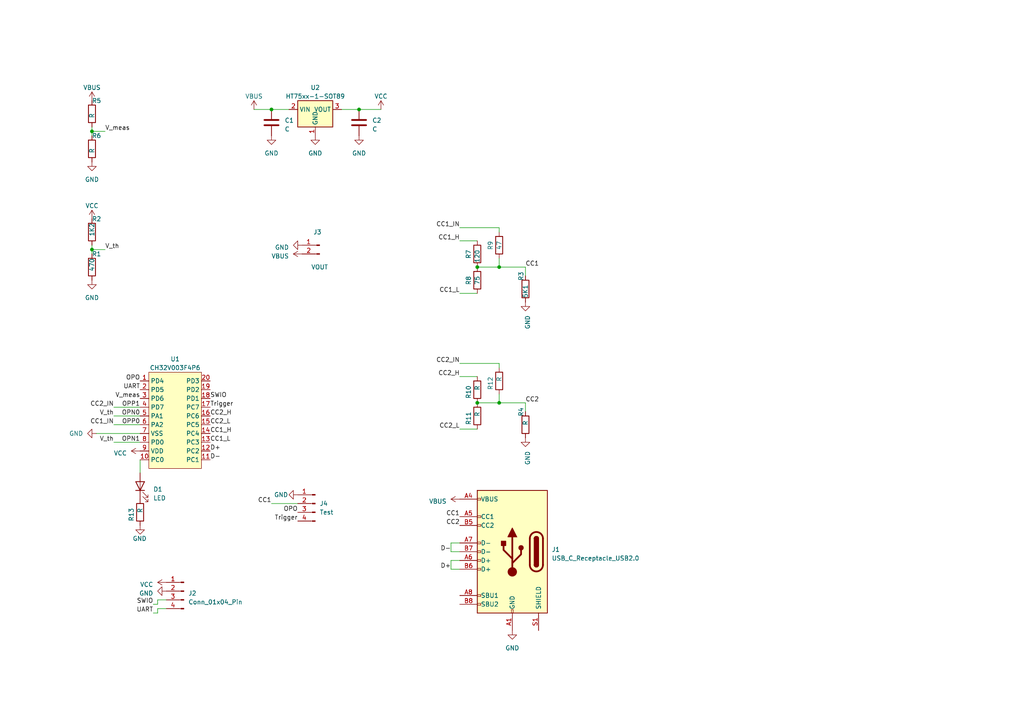
<source format=kicad_sch>
(kicad_sch (version 20231120) (generator "eeschema") (generator_version "8.0")
  (paper "A4")
  (lib_symbols
    (symbol "Connector:Conn_01x02_Pin" (pin_names (offset 1.016) hide)
      (property "Reference" "J" (at 0 2.54 0))
      (property "Value" "Conn_01x02_Pin" (at 0 -5.08 0))
      (symbol "Conn_01x02_Pin_1_1"
        (polyline (pts (xy 1.27 -2.54) (xy 0.8636 -2.54)) (stroke (width 0.1524)))
        (polyline (pts (xy 1.27 0) (xy 0.8636 0)) (stroke (width 0.1524)))
        (rectangle (start 0.8636 -2.413) (end 0 -2.667) (stroke (width 0.1524)) (fill (type outline)))
        (rectangle (start 0.8636 0.127) (end 0 -0.127) (stroke (width 0.1524)) (fill (type outline)))
        (pin passive line (at 5.08 0 180) (length 3.81) (name "Pin_1") (number "1"))
        (pin passive line (at 5.08 -2.54 180) (length 3.81) (name "Pin_2") (number "2"))
      )
    )
    (symbol "Connector:Conn_01x04_Pin" (pin_names (offset 1.016) hide)
      (property "Reference" "J" (at 0 5.08 0))
      (property "Value" "Conn_01x04_Pin" (at 0 -7.62 0))
      (symbol "Conn_01x04_Pin_1_1"
        (polyline (pts (xy 1.27 -5.08) (xy 0.8636 -5.08)) (stroke (width 0.1524)))
        (polyline (pts (xy 1.27 -2.54) (xy 0.8636 -2.54)) (stroke (width 0.1524)))
        (polyline (pts (xy 1.27 0) (xy 0.8636 0)) (stroke (width 0.1524)))
        (polyline (pts (xy 1.27 2.54) (xy 0.8636 2.54)) (stroke (width 0.1524)))
        (rectangle (start 0.8636 -4.953) (end 0 -5.207) (stroke (width 0.1524)) (fill (type outline)))
        (rectangle (start 0.8636 -2.413) (end 0 -2.667) (stroke (width 0.1524)) (fill (type outline)))
        (rectangle (start 0.8636 0.127) (end 0 -0.127) (stroke (width 0.1524)) (fill (type outline)))
        (rectangle (start 0.8636 2.667) (end 0 2.413) (stroke (width 0.1524)) (fill (type outline)))
        (pin passive line (at 5.08 2.54 180) (length 3.81) (name "Pin_1") (number "1"))
        (pin passive line (at 5.08 0 180) (length 3.81) (name "Pin_2") (number "2"))
        (pin passive line (at 5.08 -2.54 180) (length 3.81) (name "Pin_3") (number "3"))
        (pin passive line (at 5.08 -5.08 180) (length 3.81) (name "Pin_4") (number "4"))
      )
    )
    (symbol "Connector:USB_C_Receptacle_USB2.0" (pin_names (offset 1.016))
      (property "Reference" "J" (at -10.16 19.05 0))
      (property "Value" "USB_C_Receptacle_USB2.0" (at 19.05 19.05 0))
      (symbol "USB_C_Receptacle_USB2.0_0_0"
        (rectangle (start -0.254 -17.78) (end 0.254 -16.764))
        (rectangle (start 10.16 -14.986) (end 9.144 -15.494))
        (rectangle (start 10.16 -12.446) (end 9.144 -12.954))
        (rectangle (start 10.16 -4.826) (end 9.144 -5.334))
        (rectangle (start 10.16 -2.286) (end 9.144 -2.794))
        (rectangle (start 10.16 0.254) (end 9.144 -0.254))
        (rectangle (start 10.16 2.794) (end 9.144 2.286))
        (rectangle (start 10.16 7.874) (end 9.144 7.366))
        (rectangle (start 10.16 10.414) (end 9.144 9.906))
        (rectangle (start 10.16 15.494) (end 9.144 14.986))
      )
      (symbol "USB_C_Receptacle_USB2.0_0_1"
        (rectangle (start -10.16 17.78) (end 10.16 -17.78) (stroke (width 0.254)) (fill (type background)))
        (arc (start -8.89 -3.81) (mid -6.985 -5.7067) (end -5.08 -3.81) (stroke (width 0.508)))
        (arc (start -7.62 -3.81) (mid -6.985 -4.4423) (end -6.35 -3.81) (stroke (width 0.254)))
        (arc (start -7.62 -3.81) (mid -6.985 -4.4423) (end -6.35 -3.81) (stroke (width 0.254)) (fill (type outline)))
        (rectangle (start -7.62 -3.81) (end -6.35 3.81) (stroke (width 0.254)) (fill (type outline)))
        (arc (start -6.35 3.81) (mid -6.985 4.4423) (end -7.62 3.81) (stroke (width 0.254)))
        (arc (start -6.35 3.81) (mid -6.985 4.4423) (end -7.62 3.81) (stroke (width 0.254)) (fill (type outline)))
        (arc (start -5.08 3.81) (mid -6.985 5.7067) (end -8.89 3.81) (stroke (width 0.508)))
        (circle (center -2.54 1.143) (radius 0.635) (stroke (width 0.254)) (fill (type outline)))
        (circle (center 0 -5.842) (radius 1.27) (fill (type outline)))
        (polyline (pts (xy -8.89 -3.81) (xy -8.89 3.81)) (stroke (width 0.508)))
        (polyline (pts (xy -5.08 3.81) (xy -5.08 -3.81)) (stroke (width 0.508)))
        (polyline (pts (xy 0 -5.842) (xy 0 4.318)) (stroke (width 0.508)))
        (polyline (pts (xy 0 -3.302) (xy -2.54 -0.762) (xy -2.54 0.508)) (stroke (width 0.508)))
        (polyline (pts (xy 0 -2.032) (xy 2.54 0.508) (xy 2.54 1.778)) (stroke (width 0.508)))
        (polyline (pts (xy -1.27 4.318) (xy 0 6.858) (xy 1.27 4.318) (xy -1.27 4.318)) (stroke (width 0.254)) (fill (type outline)))
        (rectangle (start 1.905 1.778) (end 3.175 3.048) (stroke (width 0.254)) (fill (type outline)))
      )
      (symbol "USB_C_Receptacle_USB2.0_1_1"
        (pin passive line (at 0 -22.86 90) (length 5.08) (name "GND") (number "A1"))
        (pin passive line (at 0 -22.86 90) (length 5.08) hide (name "GND") (number "A12"))
        (pin passive line (at 15.24 15.24 180) (length 5.08) (name "VBUS") (number "A4"))
        (pin bidirectional line (at 15.24 10.16 180) (length 5.08) (name "CC1") (number "A5"))
        (pin bidirectional line (at 15.24 -2.54 180) (length 5.08) (name "D+") (number "A6"))
        (pin bidirectional line (at 15.24 2.54 180) (length 5.08) (name "D-") (number "A7"))
        (pin bidirectional line (at 15.24 -12.7 180) (length 5.08) (name "SBU1") (number "A8"))
        (pin passive line (at 15.24 15.24 180) (length 5.08) hide (name "VBUS") (number "A9"))
        (pin passive line (at 0 -22.86 90) (length 5.08) hide (name "GND") (number "B1"))
        (pin passive line (at 0 -22.86 90) (length 5.08) hide (name "GND") (number "B12"))
        (pin passive line (at 15.24 15.24 180) (length 5.08) hide (name "VBUS") (number "B4"))
        (pin bidirectional line (at 15.24 7.62 180) (length 5.08) (name "CC2") (number "B5"))
        (pin bidirectional line (at 15.24 -5.08 180) (length 5.08) (name "D+") (number "B6"))
        (pin bidirectional line (at 15.24 0 180) (length 5.08) (name "D-") (number "B7"))
        (pin bidirectional line (at 15.24 -15.24 180) (length 5.08) (name "SBU2") (number "B8"))
        (pin passive line (at 15.24 15.24 180) (length 5.08) hide (name "VBUS") (number "B9"))
        (pin passive line (at -7.62 -22.86 90) (length 5.08) (name "SHIELD") (number "S1"))
      )
    )
    (symbol "Device:C" (pin_numbers hide) (pin_names (offset 0.254))
      (property "Reference" "C" (at 0.635 2.54 0))
      (property "Value" "C" (at 0.635 -2.54 0))
      (symbol "C_0_1"
        (polyline (pts (xy -2.032 -0.762) (xy 2.032 -0.762)) (stroke (width 0.508)))
        (polyline (pts (xy -2.032 0.762) (xy 2.032 0.762)) (stroke (width 0.508)))
      )
      (symbol "C_1_1"
        (pin passive line (at 0 3.81 270) (length 2.794) (name "~") (number "1"))
        (pin passive line (at 0 -3.81 90) (length 2.794) (name "~") (number "2"))
      )
    )
    (symbol "Device:LED" (pin_numbers hide) (pin_names (offset 1.016) hide)
      (property "Reference" "D" (at 0 2.54 0))
      (property "Value" "LED" (at 0 -2.54 0))
      (symbol "LED_0_1"
        (polyline (pts (xy -1.27 -1.27) (xy -1.27 1.27)) (stroke (width 0.254)))
        (polyline (pts (xy -1.27 0) (xy 1.27 0)))
        (polyline (pts (xy 1.27 -1.27) (xy 1.27 1.27) (xy -1.27 0) (xy 1.27 -1.27)) (stroke (width 0.254)))
        (polyline (pts (xy -3.048 -0.762) (xy -4.572 -2.286) (xy -3.81 -2.286) (xy -4.572 -2.286) (xy -4.572 -1.524)))
        (polyline (pts (xy -1.778 -0.762) (xy -3.302 -2.286) (xy -2.54 -2.286) (xy -3.302 -2.286) (xy -3.302 -1.524)))
      )
      (symbol "LED_1_1"
        (pin passive line (at -3.81 0 0) (length 2.54) (name "K") (number "1"))
        (pin passive line (at 3.81 0 180) (length 2.54) (name "A") (number "2"))
      )
    )
    (symbol "Device:R" (pin_numbers hide) (pin_names (offset 0))
      (property "Reference" "R" (at 2.032 0 90))
      (property "Value" "R" (at 0 0 90))
      (symbol "R_0_1"
        (rectangle (start -1.016 -2.54) (end 1.016 2.54) (stroke (width 0.254)))
      )
      (symbol "R_1_1"
        (pin passive line (at 0 3.81 270) (length 1.27) (name "~") (number "1"))
        (pin passive line (at 0 -3.81 90) (length 1.27) (name "~") (number "2"))
      )
    )
    (symbol "Regulator_Linear:HT75xx-1-SOT89"
      (property "Reference" "U" (at -5.08 -3.81 0))
      (property "Value" "HT75xx-1-SOT89" (at 0 6.35 0))
      (symbol "HT75xx-1-SOT89_0_1"
        (rectangle (start -5.08 5.08) (end 5.08 -2.54) (stroke (width 0.254)) (fill (type background)))
      )
      (symbol "HT75xx-1-SOT89_1_1"
        (pin power_in line (at 0 -5.08 90) (length 2.54) (name "GND") (number "1"))
        (pin power_in line (at -7.62 2.54 0) (length 2.54) (name "VIN") (number "2"))
        (pin power_out line (at 7.62 2.54 180) (length 2.54) (name "VOUT") (number "3"))
      )
    )
    (symbol "ee_kicad:CH32V003F4P6"
      (property "Reference" "U" (at 0 0 0))
      (property "Value" "CH32V003F4P6" (at 0 15.24 0))
      (symbol "CH32V003F4P6_1_1"
        (rectangle (start -7.62 13.97) (end 7.62 -13.97) (fill (type background)))
        (pin input line (at -10.16 11.43 0) (length 2.54) (name "PD4") (number "1"))
        (pin input line (at -10.16 -11.43 0) (length 2.54) (name "PC0") (number "10"))
        (pin input line (at 10.16 -11.43 180) (length 2.54) (name "PC1") (number "11"))
        (pin input line (at 10.16 -8.89 180) (length 2.54) (name "PC2") (number "12"))
        (pin input line (at 10.16 -6.35 180) (length 2.54) (name "PC3") (number "13"))
        (pin input line (at 10.16 -3.81 180) (length 2.54) (name "PC4") (number "14"))
        (pin input line (at 10.16 -1.27 180) (length 2.54) (name "PC5") (number "15"))
        (pin input line (at 10.16 1.27 180) (length 2.54) (name "PC6") (number "16"))
        (pin input line (at 10.16 3.81 180) (length 2.54) (name "PC7") (number "17"))
        (pin input line (at 10.16 6.35 180) (length 2.54) (name "PD1") (number "18"))
        (pin input line (at 10.16 8.89 180) (length 2.54) (name "PD2") (number "19"))
        (pin input line (at -10.16 8.89 0) (length 2.54) (name "PD5") (number "2"))
        (pin input line (at 10.16 11.43 180) (length 2.54) (name "PD3") (number "20"))
        (pin input line (at -10.16 6.35 0) (length 2.54) (name "PD6") (number "3"))
        (pin input line (at -10.16 3.81 0) (length 2.54) (name "PD7") (number "4"))
        (pin input line (at -10.16 1.27 0) (length 2.54) (name "PA1") (number "5"))
        (pin input line (at -10.16 -1.27 0) (length 2.54) (name "PA2") (number "6"))
        (pin input line (at -10.16 -3.81 0) (length 2.54) (name "VSS") (number "7"))
        (pin input line (at -10.16 -6.35 0) (length 2.54) (name "PD0") (number "8"))
        (pin input line (at -10.16 -8.89 0) (length 2.54) (name "VDD") (number "9"))
      )
    )
    (symbol "power:GND" (power) (pin_names (offset 0))
      (property "Value" "GND" (at 0 -3.81 0))
      (symbol "GND_0_1"
        (polyline (pts (xy 0 0) (xy 0 -1.27) (xy 1.27 -1.27) (xy 0 -2.54) (xy -1.27 -1.27) (xy 0 -1.27)))
      )
      (symbol "GND_1_1"
        (pin power_in line (at 0 0 270) (length 0) hide (name "GND") (number "1"))
      )
    )
    (symbol "power:VBUS" (power) (pin_names (offset 0))
      (property "Value" "VBUS" (at 0 3.81 0))
      (symbol "VBUS_0_1"
        (polyline (pts (xy -0.762 1.27) (xy 0 2.54)))
        (polyline (pts (xy 0 0) (xy 0 2.54)))
        (polyline (pts (xy 0 2.54) (xy 0.762 1.27)))
      )
      (symbol "VBUS_1_1"
        (pin power_in line (at 0 0 90) (length 0) hide (name "VBUS") (number "1"))
      )
    )
    (symbol "power:VCC" (power) (pin_names (offset 0))
      (property "Value" "VCC" (at 0 3.81 0))
      (symbol "VCC_0_1"
        (polyline (pts (xy -0.762 1.27) (xy 0 2.54)))
        (polyline (pts (xy 0 0) (xy 0 2.54)))
        (polyline (pts (xy 0 2.54) (xy 0.762 1.27)))
      )
      (symbol "VCC_1_1"
        (pin power_in line (at 0 0 90) (length 0) hide (name "VCC") (number "1"))
      )
    )
  )
  (junction (at 138.43 77.47))
  (junction (at 26.67 38.1))
  (junction (at 144.78 77.47))
  (junction (at 144.78 116.84))
  (junction (at 26.67 72.39))
  (junction (at 104.14 31.75))
  (junction (at 138.43 116.84))
  (junction (at 78.74 31.75))
  (wire (pts (xy 26.67 72.39) (xy 26.67 73.66)))
  (wire (pts (xy 48.26 176.53) (xy 45.72 176.53)))
  (wire (pts (xy 133.35 85.09) (xy 138.43 85.09)))
  (wire (pts (xy 30.48 72.39) (xy 26.67 72.39)))
  (wire (pts (xy 26.67 38.1) (xy 26.67 39.37)))
  (wire (pts (xy 104.14 31.75) (xy 110.49 31.75)))
  (wire (pts (xy 33.02 123.19) (xy 40.64 123.19)))
  (wire (pts (xy 133.35 162.56) (xy 130.81 162.56)))
  (wire (pts (xy 45.72 173.99) (xy 48.26 173.99)))
  (wire (pts (xy 138.43 77.47) (xy 144.78 77.47)))
  (wire (pts (xy 33.02 120.65) (xy 40.64 120.65)))
  (wire (pts (xy 144.78 116.84) (xy 152.4 116.84)))
  (wire (pts (xy 133.35 109.22) (xy 138.43 109.22)))
  (wire (pts (xy 144.78 114.3) (xy 144.78 116.84)))
  (wire (pts (xy 78.74 146.05) (xy 86.36 146.05)))
  (wire (pts (xy 26.67 36.83) (xy 26.67 38.1)))
  (wire (pts (xy 144.78 77.47) (xy 152.4 77.47)))
  (wire (pts (xy 33.02 128.27) (xy 40.64 128.27)))
  (wire (pts (xy 44.45 177.8) (xy 45.72 177.8)))
  (wire (pts (xy 133.35 66.04) (xy 144.78 66.04)))
  (wire (pts (xy 144.78 67.31) (xy 144.78 66.04)))
  (wire (pts (xy 130.81 157.48) (xy 130.81 160.02)))
  (wire (pts (xy 152.4 77.47) (xy 152.4 80.01)))
  (wire (pts (xy 144.78 74.93) (xy 144.78 77.47)))
  (wire (pts (xy 144.78 106.68) (xy 144.78 105.41)))
  (wire (pts (xy 133.35 124.46) (xy 138.43 124.46)))
  (wire (pts (xy 130.81 165.1) (xy 133.35 165.1)))
  (wire (pts (xy 73.66 31.75) (xy 78.74 31.75)))
  (wire (pts (xy 133.35 157.48) (xy 130.81 157.48)))
  (wire (pts (xy 30.48 38.1) (xy 26.67 38.1)))
  (wire (pts (xy 44.45 175.26) (xy 45.72 175.26)))
  (wire (pts (xy 45.72 176.53) (xy 45.72 177.8)))
  (wire (pts (xy 27.94 125.73) (xy 40.64 125.73)))
  (wire (pts (xy 99.06 31.75) (xy 104.14 31.75)))
  (wire (pts (xy 152.4 116.84) (xy 152.4 119.38)))
  (wire (pts (xy 78.74 31.75) (xy 83.82 31.75)))
  (wire (pts (xy 45.72 175.26) (xy 45.72 173.99)))
  (wire (pts (xy 26.67 71.12) (xy 26.67 72.39)))
  (wire (pts (xy 130.81 162.56) (xy 130.81 165.1)))
  (wire (pts (xy 33.02 118.11) (xy 40.64 118.11)))
  (wire (pts (xy 40.64 133.35) (xy 40.64 137.16)))
  (wire (pts (xy 138.43 116.84) (xy 144.78 116.84)))
  (wire (pts (xy 133.35 105.41) (xy 144.78 105.41)))
  (wire (pts (xy 133.35 69.85) (xy 138.43 69.85)))
  (wire (pts (xy 130.81 160.02) (xy 133.35 160.02)))
  (label "OPO" (at 40.64 110.49 180))
  (label "OPO" (at 86.36 148.59 180))
  (label "SWIO" (at 44.45 175.26 180))
  (label "CC2" (at 152.4 116.84 0))
  (label "CC1_IN" (at 33.02 123.19 180))
  (label "Trigger" (at 86.36 151.13 180))
  (label "CC2_L" (at 60.96 123.19 0))
  (label "Trigger" (at 60.96 118.11 0))
  (label "CC1_L" (at 133.35 85.09 180))
  (label "CC1_H" (at 60.96 125.73 0))
  (label "CC2_H" (at 133.35 109.22 180))
  (label "CC1_L" (at 60.96 128.27 0))
  (label "CC1" (at 78.74 146.05 180))
  (label "OPN1" (at 40.64 128.27 180))
  (label "V_th" (at 33.02 128.27 180))
  (label "V_meas" (at 30.48 38.1 0))
  (label "CC2_H" (at 60.96 120.65 0))
  (label "CC1" (at 133.35 149.86 180))
  (label "D+" (at 130.81 165.1 180))
  (label "OPP0" (at 40.64 123.19 180))
  (label "V_th" (at 30.48 72.39 0))
  (label "OPN0" (at 40.64 120.65 180))
  (label "CC2_IN" (at 133.35 105.41 180))
  (label "CC1" (at 152.4 77.47 0))
  (label "CC1_IN" (at 133.35 66.04 180))
  (label "V_th" (at 33.02 120.65 180))
  (label "CC2_IN" (at 33.02 118.11 180))
  (label "V_meas" (at 40.64 115.57 180))
  (label "D+" (at 60.96 130.81 0))
  (label "CC2_L" (at 133.35 124.46 180))
  (label "D-" (at 60.96 133.35 0))
  (label "CC2" (at 133.35 152.4 180))
  (label "OPP1" (at 40.64 118.11 180))
  (label "CC1_H" (at 133.35 69.85 180))
  (label "SWIO" (at 60.96 115.57 0))
  (label "D-" (at 130.81 160.02 180))
  (label "UART" (at 40.64 113.03 180))
  (label "UART" (at 44.45 177.8 180))
  (symbol (lib_id "Device:R") (at 152.4 83.82 180) (unit 1)
    (property "Reference" "R3" (at 151.13 78.74 90) (effects (justify left)))
    (property "Value" "5K1" (at 152.4 82.55 90) (effects (justify left)))
    (property "Footprint" "Resistor_SMD:R_0805_2012Metric" (effects (hide yes)))
  )
  (symbol (lib_id "power:GND") (at 86.36 143.51 270) (unit 1)
    (property "Reference" "#PWR021" (effects (hide yes)))
    (property "Value" "GND" (at 83.566 143.51 90) (effects (justify right)))
  )
  (symbol (lib_id "power:GND") (at 78.74 39.37 0) (unit 1)
    (property "Reference" "#PWR011" (effects (hide yes)))
    (property "Value" "GND" (at 78.74 44.45 0))
  )
  (symbol (lib_id "Device:R") (at 152.4 123.19 180) (unit 1)
    (property "Reference" "R4" (at 151.13 118.11 90) (effects (justify left)))
    (property "Value" "R" (at 152.4 121.92 90) (effects (justify left)))
    (property "Footprint" "Resistor_SMD:R_0805_2012Metric" (effects (hide yes)))
  )
  (symbol (lib_id "power:VCC") (at 110.49 31.75 0) (unit 1)
    (property "Reference" "#PWR010" (effects (hide yes)))
    (property "Value" "VCC" (at 110.49 27.94 0))
  )
  (symbol (lib_id "Device:R") (at 26.67 33.02 0) (unit 1)
    (property "Reference" "R5" (at 26.67 29.21 0) (effects (justify left)))
    (property "Value" "R" (at 26.67 34.29 90) (effects (justify left)))
    (property "Footprint" "Resistor_SMD:R_0805_2012Metric" (effects (hide yes)))
  )
  (symbol (lib_id "power:GND") (at 152.4 87.63 0) (unit 1)
    (property "Reference" "#PWR07" (effects (hide yes)))
    (property "Value" "GND" (at 153.035 91.44 90) (effects (justify right)))
  )
  (symbol (lib_id "power:VBUS") (at 73.66 31.75 0) (unit 1)
    (property "Reference" "#PWR09" (effects (hide yes)))
    (property "Value" "VBUS" (at 73.66 27.94 0))
  )
  (symbol (lib_id "power:GND") (at 48.26 171.45 270) (unit 1)
    (property "Reference" "#PWR03" (effects (hide yes)))
    (property "Value" "GND" (at 44.45 172.085 90) (effects (justify right)))
  )
  (symbol (lib_id "Connector:USB_C_Receptacle_USB2.0") (at 148.59 160.02 0) (mirror y) (unit 1)
    (property "Reference" "J1" (at 160.02 159.385 0) (effects (justify right)))
    (property "Value" "USB_C_Receptacle_USB2.0" (at 160.02 161.925 0) (effects (justify right)))
    (property "Footprint" "Connector_USB:USB_C_Receptacle_HRO_TYPE-C-31-M-12" (effects (hide yes)))
    (property "Datasheet" "https://www.usb.org/sites/default/files/documents/usb_type-c.zip" (effects (hide yes)))
  )
  (symbol (lib_id "Device:R") (at 138.43 113.03 180) (unit 1)
    (property "Reference" "R10" (at 135.89 111.76 90) (effects (justify left)))
    (property "Value" "R" (at 138.43 111.76 90) (effects (justify left)))
    (property "Footprint" "Resistor_SMD:R_0805_2012Metric" (effects (hide yes)))
  )
  (symbol (lib_id "Device:R") (at 144.78 71.12 180) (unit 1)
    (property "Reference" "R9" (at 142.24 69.85 90) (effects (justify left)))
    (property "Value" "47" (at 144.78 69.85 90) (effects (justify left)))
    (property "Footprint" "Resistor_SMD:R_0805_2012Metric" (effects (hide yes)))
  )
  (symbol (lib_id "Regulator_Linear:HT75xx-1-SOT89") (at 91.44 34.29 0) (unit 1)
    (property "Reference" "U2" (at 91.44 25.4 0))
    (property "Value" "HT75xx-1-SOT89" (at 91.44 27.94 0))
    (property "Footprint" "Package_TO_SOT_SMD:SOT-89-3" (effects (hide yes)))
    (property "Datasheet" "https://www.holtek.com/documents/10179/116711/HT75xx-1v250.pdf" (effects (hide yes)))
  )
  (symbol (lib_id "power:VBUS") (at 133.35 144.78 90) (unit 1)
    (property "Reference" "#PWR016" (effects (hide yes)))
    (property "Value" "VBUS" (at 129.54 145.415 90) (effects (justify left)))
  )
  (symbol (lib_id "power:VCC") (at 48.26 168.91 90) (unit 1)
    (property "Reference" "#PWR04" (effects (hide yes)))
    (property "Value" "VCC" (at 44.45 169.545 90) (effects (justify left)))
  )
  (symbol (lib_id "power:VCC") (at 40.64 130.81 90) (unit 1)
    (property "Reference" "#PWR01" (effects (hide yes)))
    (property "Value" "VCC" (at 36.83 131.445 90) (effects (justify left)))
  )
  (symbol (lib_id "Device:R") (at 26.67 77.47 0) (unit 1)
    (property "Reference" "R1" (at 26.67 73.66 0) (effects (justify left)))
    (property "Value" "470" (at 26.67 78.74 90) (effects (justify left)))
    (property "Footprint" "Resistor_SMD:R_0805_2012Metric" (effects (hide yes)))
  )
  (symbol (lib_id "power:VBUS") (at 26.67 29.21 0) (unit 1)
    (property "Reference" "#PWR014" (effects (hide yes)))
    (property "Value" "VBUS" (at 26.67 25.4 0))
  )
  (symbol (lib_id "power:GND") (at 40.64 152.4 0) (unit 1)
    (property "Reference" "#PWR018" (effects (hide yes)))
    (property "Value" "GND" (at 42.545 156.21 0) (effects (justify right)))
  )
  (symbol (lib_id "Device:R") (at 26.67 43.18 0) (unit 1)
    (property "Reference" "R6" (at 26.67 39.37 0) (effects (justify left)))
    (property "Value" "R" (at 26.67 44.45 90) (effects (justify left)))
    (property "Footprint" "Resistor_SMD:R_0805_2012Metric" (effects (hide yes)))
  )
  (symbol (lib_id "power:VCC") (at 26.67 63.5 0) (unit 1)
    (property "Reference" "#PWR06" (effects (hide yes)))
    (property "Value" "VCC" (at 26.67 59.69 0))
  )
  (symbol (lib_id "power:GND") (at 104.14 39.37 0) (unit 1)
    (property "Reference" "#PWR013" (effects (hide yes)))
    (property "Value" "GND" (at 104.14 44.45 0))
  )
  (symbol (lib_id "Device:R") (at 138.43 120.65 180) (unit 1)
    (property "Reference" "R11" (at 135.89 119.38 90) (effects (justify left)))
    (property "Value" "R" (at 138.43 119.38 90) (effects (justify left)))
    (property "Footprint" "Resistor_SMD:R_0805_2012Metric" (effects (hide yes)))
  )
  (symbol (lib_id "Device:R") (at 138.43 81.28 180) (unit 1)
    (property "Reference" "R8" (at 135.89 80.01 90) (effects (justify left)))
    (property "Value" "75" (at 138.43 80.01 90) (effects (justify left)))
    (property "Footprint" "Resistor_SMD:R_0805_2012Metric" (effects (hide yes)))
  )
  (symbol (lib_id "Device:C") (at 104.14 35.56 0) (unit 1)
    (property "Reference" "C2" (at 107.95 34.925 0) (effects (justify left)))
    (property "Value" "C" (at 107.95 37.465 0) (effects (justify left)))
    (property "Footprint" "Capacitor_SMD:C_0603_1608Metric" (effects (hide yes)))
  )
  (symbol (lib_id "power:GND") (at 26.67 46.99 0) (unit 1)
    (property "Reference" "#PWR015" (effects (hide yes)))
    (property "Value" "GND" (at 26.67 52.07 0))
  )
  (symbol (lib_id "power:GND") (at 27.94 125.73 270) (unit 1)
    (property "Reference" "#PWR02" (effects (hide yes)))
    (property "Value" "GND" (at 24.13 125.73 90) (effects (justify right)))
  )
  (symbol (lib_id "Device:R") (at 26.67 67.31 0) (unit 1)
    (property "Reference" "R2" (at 26.67 63.5 0) (effects (justify left)))
    (property "Value" "1K2" (at 26.67 68.58 90) (effects (justify left)))
    (property "Footprint" "Resistor_SMD:R_0805_2012Metric" (effects (hide yes)))
  )
  (symbol (lib_id "Device:LED") (at 40.64 140.97 90) (unit 1)
    (property "Reference" "D1" (at 44.45 141.9225 90) (effects (justify right)))
    (property "Value" "LED" (at 44.45 144.4625 90) (effects (justify right)))
    (property "Footprint" "LED_SMD:LED_0603_1608Metric" (effects (hide yes)))
  )
  (symbol (lib_id "Device:R") (at 144.78 110.49 180) (unit 1)
    (property "Reference" "R12" (at 142.24 109.22 90) (effects (justify left)))
    (property "Value" "R" (at 144.78 109.22 90) (effects (justify left)))
    (property "Footprint" "Resistor_SMD:R_0805_2012Metric" (effects (hide yes)))
  )
  (symbol (lib_id "power:GND") (at 152.4 127 0) (unit 1)
    (property "Reference" "#PWR08" (effects (hide yes)))
    (property "Value" "GND" (at 153.035 130.81 90) (effects (justify right)))
  )
  (symbol (lib_id "Connector:Conn_01x04_Pin") (at 91.44 146.05 0) (mirror y) (unit 1)
    (property "Reference" "J4" (at 92.71 146.0499 0) (effects (justify right)))
    (property "Value" "Test" (at 92.71 148.5899 0) (effects (justify right)))
    (property "Footprint" "Connector_PinHeader_2.54mm:PinHeader_1x04_P2.54mm_Vertical" (effects (hide yes)))
  )
  (symbol (lib_id "power:GND") (at 148.59 182.88 0) (unit 1)
    (property "Reference" "#PWR017" (effects (hide yes)))
    (property "Value" "GND" (at 148.59 187.96 0))
  )
  (symbol (lib_id "power:GND") (at 91.44 39.37 0) (unit 1)
    (property "Reference" "#PWR012" (effects (hide yes)))
    (property "Value" "GND" (at 91.44 44.45 0))
  )
  (symbol (lib_id "Connector:Conn_01x02_Pin") (at 92.71 71.12 0) (mirror y) (unit 1)
    (property "Reference" "J3" (at 92.075 67.31 0))
    (property "Value" "VOUT" (at 92.71 77.47 0))
    (property "Footprint" "Connector_PinHeader_2.54mm:PinHeader_1x02_P2.54mm_Vertical" (effects (hide yes)))
  )
  (symbol (lib_id "Device:R") (at 40.64 148.59 180) (unit 1)
    (property "Reference" "R13" (at 38.1 147.32 90) (effects (justify left)))
    (property "Value" "R" (at 40.64 147.32 90) (effects (justify left)))
    (property "Footprint" "Resistor_SMD:R_0805_2012Metric" (effects (hide yes)))
  )
  (symbol (lib_id "power:VBUS") (at 87.63 73.66 90) (unit 1)
    (property "Reference" "#PWR019" (effects (hide yes)))
    (property "Value" "VBUS" (at 83.82 74.295 90) (effects (justify left)))
  )
  (symbol (lib_id "Device:C") (at 78.74 35.56 0) (unit 1)
    (property "Reference" "C1" (at 82.55 34.925 0) (effects (justify left)))
    (property "Value" "C" (at 82.55 37.465 0) (effects (justify left)))
    (property "Footprint" "Capacitor_SMD:C_0603_1608Metric" (effects (hide yes)))
  )
  (symbol (lib_id "power:GND") (at 87.63 71.12 270) (unit 1)
    (property "Reference" "#PWR020" (effects (hide yes)))
    (property "Value" "GND" (at 83.82 71.755 90) (effects (justify right)))
  )
  (symbol (lib_id "Device:R") (at 138.43 73.66 180) (unit 1)
    (property "Reference" "R7" (at 135.89 72.39 90) (effects (justify left)))
    (property "Value" "120" (at 138.43 72.39 90) (effects (justify left)))
    (property "Footprint" "Resistor_SMD:R_0805_2012Metric" (effects (hide yes)))
  )
  (symbol (lib_id "ee_kicad:CH32V003F4P6") (at 50.8 121.92 0) (unit 1)
    (property "Reference" "U1" (at 50.8 104.14 0))
    (property "Value" "CH32V003F4P6" (at 50.8 106.68 0))
    (property "Footprint" "Package_SO:TSSOP-20_4.4x6.5mm_P0.65mm" (effects (hide yes)))
    (property "Datasheet" "https://www.wch-ic.com/downloads/CH32V003DS0_PDF.html" (effects (hide yes)))
  )
  (symbol (lib_id "Connector:Conn_01x04_Pin") (at 53.34 171.45 0) (mirror y) (unit 1)
    (property "Reference" "J2" (at 54.61 172.085 0) (effects (justify right)))
    (property "Value" "Conn_01x04_Pin" (at 54.61 174.625 0) (effects (justify right)))
    (property "Footprint" "Connector_PinHeader_2.54mm:PinHeader_1x04_P2.54mm_Vertical" (effects (hide yes)))
  )
  (symbol (lib_id "power:GND") (at 26.67 81.28 0) (unit 1)
    (property "Reference" "#PWR05" (effects (hide yes)))
    (property "Value" "GND" (at 26.67 86.36 0))
  )
)
</source>
